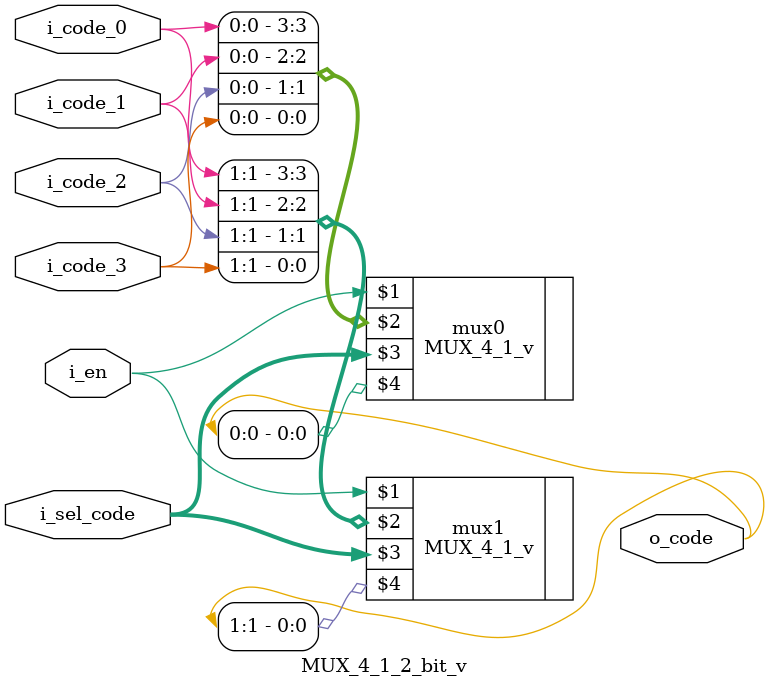
<source format=v>



module MUX_4_1_2_bit_v
  (
  input        i_en,
  input  [1:0] i_code_0,
  input  [1:0] i_code_1,
  input  [1:0] i_code_2,
  input  [1:0] i_code_3,
  input  [1:0] i_sel_code, 
  output [1:0] o_code);   
  
  
  MUX_4_1_v mux0 (i_en, {i_code_0[0], i_code_1[0], i_code_2[0], i_code_3[0]}, i_sel_code, o_code[0]);
  MUX_4_1_v mux1 (i_en, {i_code_0[1], i_code_1[1], i_code_2[1], i_code_3[1]}, i_sel_code, o_code[1]);
  
  
endmodule







</source>
